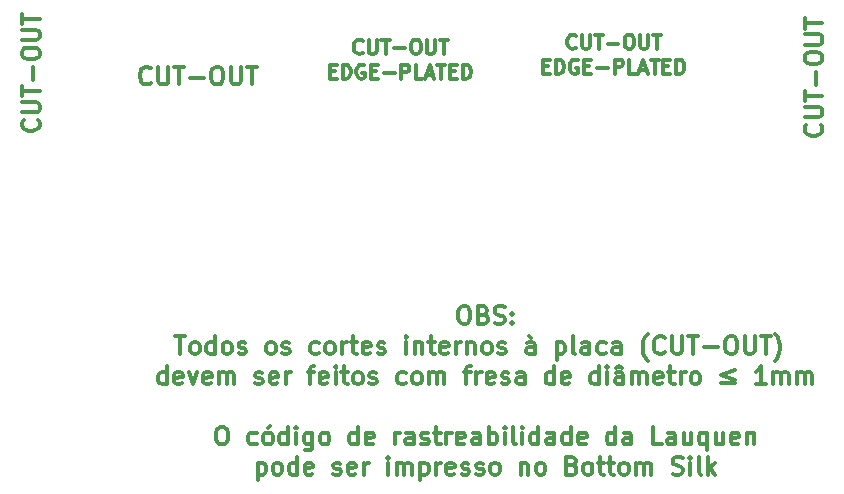
<source format=gbr>
G04 #@! TF.FileFunction,Legend,Bot*
%FSLAX46Y46*%
G04 Gerber Fmt 4.6, Leading zero omitted, Abs format (unit mm)*
G04 Created by KiCad (PCBNEW 4.0.4+e1-6308~48~ubuntu15.10.1-stable) date Thu Jan 25 11:04:30 2018*
%MOMM*%
%LPD*%
G01*
G04 APERTURE LIST*
%ADD10C,0.100000*%
%ADD11C,0.300000*%
G04 APERTURE END LIST*
D10*
D11*
X86188954Y-120301411D02*
X86474668Y-120301411D01*
X86617526Y-120372840D01*
X86760383Y-120515697D01*
X86831811Y-120801411D01*
X86831811Y-121301411D01*
X86760383Y-121587126D01*
X86617526Y-121729983D01*
X86474668Y-121801411D01*
X86188954Y-121801411D01*
X86046097Y-121729983D01*
X85903240Y-121587126D01*
X85831811Y-121301411D01*
X85831811Y-120801411D01*
X85903240Y-120515697D01*
X86046097Y-120372840D01*
X86188954Y-120301411D01*
X87974669Y-121015697D02*
X88188955Y-121087126D01*
X88260383Y-121158554D01*
X88331812Y-121301411D01*
X88331812Y-121515697D01*
X88260383Y-121658554D01*
X88188955Y-121729983D01*
X88046097Y-121801411D01*
X87474669Y-121801411D01*
X87474669Y-120301411D01*
X87974669Y-120301411D01*
X88117526Y-120372840D01*
X88188955Y-120444269D01*
X88260383Y-120587126D01*
X88260383Y-120729983D01*
X88188955Y-120872840D01*
X88117526Y-120944269D01*
X87974669Y-121015697D01*
X87474669Y-121015697D01*
X88903240Y-121729983D02*
X89117526Y-121801411D01*
X89474669Y-121801411D01*
X89617526Y-121729983D01*
X89688955Y-121658554D01*
X89760383Y-121515697D01*
X89760383Y-121372840D01*
X89688955Y-121229983D01*
X89617526Y-121158554D01*
X89474669Y-121087126D01*
X89188955Y-121015697D01*
X89046097Y-120944269D01*
X88974669Y-120872840D01*
X88903240Y-120729983D01*
X88903240Y-120587126D01*
X88974669Y-120444269D01*
X89046097Y-120372840D01*
X89188955Y-120301411D01*
X89546097Y-120301411D01*
X89760383Y-120372840D01*
X90403240Y-121658554D02*
X90474668Y-121729983D01*
X90403240Y-121801411D01*
X90331811Y-121729983D01*
X90403240Y-121658554D01*
X90403240Y-121801411D01*
X90403240Y-120872840D02*
X90474668Y-120944269D01*
X90403240Y-121015697D01*
X90331811Y-120944269D01*
X90403240Y-120872840D01*
X90403240Y-121015697D01*
X61867525Y-122851411D02*
X62724668Y-122851411D01*
X62296097Y-124351411D02*
X62296097Y-122851411D01*
X63438954Y-124351411D02*
X63296096Y-124279983D01*
X63224668Y-124208554D01*
X63153239Y-124065697D01*
X63153239Y-123637126D01*
X63224668Y-123494269D01*
X63296096Y-123422840D01*
X63438954Y-123351411D01*
X63653239Y-123351411D01*
X63796096Y-123422840D01*
X63867525Y-123494269D01*
X63938954Y-123637126D01*
X63938954Y-124065697D01*
X63867525Y-124208554D01*
X63796096Y-124279983D01*
X63653239Y-124351411D01*
X63438954Y-124351411D01*
X65224668Y-124351411D02*
X65224668Y-122851411D01*
X65224668Y-124279983D02*
X65081811Y-124351411D01*
X64796097Y-124351411D01*
X64653239Y-124279983D01*
X64581811Y-124208554D01*
X64510382Y-124065697D01*
X64510382Y-123637126D01*
X64581811Y-123494269D01*
X64653239Y-123422840D01*
X64796097Y-123351411D01*
X65081811Y-123351411D01*
X65224668Y-123422840D01*
X66153240Y-124351411D02*
X66010382Y-124279983D01*
X65938954Y-124208554D01*
X65867525Y-124065697D01*
X65867525Y-123637126D01*
X65938954Y-123494269D01*
X66010382Y-123422840D01*
X66153240Y-123351411D01*
X66367525Y-123351411D01*
X66510382Y-123422840D01*
X66581811Y-123494269D01*
X66653240Y-123637126D01*
X66653240Y-124065697D01*
X66581811Y-124208554D01*
X66510382Y-124279983D01*
X66367525Y-124351411D01*
X66153240Y-124351411D01*
X67224668Y-124279983D02*
X67367525Y-124351411D01*
X67653240Y-124351411D01*
X67796097Y-124279983D01*
X67867525Y-124137126D01*
X67867525Y-124065697D01*
X67796097Y-123922840D01*
X67653240Y-123851411D01*
X67438954Y-123851411D01*
X67296097Y-123779983D01*
X67224668Y-123637126D01*
X67224668Y-123565697D01*
X67296097Y-123422840D01*
X67438954Y-123351411D01*
X67653240Y-123351411D01*
X67796097Y-123422840D01*
X69867526Y-124351411D02*
X69724668Y-124279983D01*
X69653240Y-124208554D01*
X69581811Y-124065697D01*
X69581811Y-123637126D01*
X69653240Y-123494269D01*
X69724668Y-123422840D01*
X69867526Y-123351411D01*
X70081811Y-123351411D01*
X70224668Y-123422840D01*
X70296097Y-123494269D01*
X70367526Y-123637126D01*
X70367526Y-124065697D01*
X70296097Y-124208554D01*
X70224668Y-124279983D01*
X70081811Y-124351411D01*
X69867526Y-124351411D01*
X70938954Y-124279983D02*
X71081811Y-124351411D01*
X71367526Y-124351411D01*
X71510383Y-124279983D01*
X71581811Y-124137126D01*
X71581811Y-124065697D01*
X71510383Y-123922840D01*
X71367526Y-123851411D01*
X71153240Y-123851411D01*
X71010383Y-123779983D01*
X70938954Y-123637126D01*
X70938954Y-123565697D01*
X71010383Y-123422840D01*
X71153240Y-123351411D01*
X71367526Y-123351411D01*
X71510383Y-123422840D01*
X74010383Y-124279983D02*
X73867526Y-124351411D01*
X73581812Y-124351411D01*
X73438954Y-124279983D01*
X73367526Y-124208554D01*
X73296097Y-124065697D01*
X73296097Y-123637126D01*
X73367526Y-123494269D01*
X73438954Y-123422840D01*
X73581812Y-123351411D01*
X73867526Y-123351411D01*
X74010383Y-123422840D01*
X74867526Y-124351411D02*
X74724668Y-124279983D01*
X74653240Y-124208554D01*
X74581811Y-124065697D01*
X74581811Y-123637126D01*
X74653240Y-123494269D01*
X74724668Y-123422840D01*
X74867526Y-123351411D01*
X75081811Y-123351411D01*
X75224668Y-123422840D01*
X75296097Y-123494269D01*
X75367526Y-123637126D01*
X75367526Y-124065697D01*
X75296097Y-124208554D01*
X75224668Y-124279983D01*
X75081811Y-124351411D01*
X74867526Y-124351411D01*
X76010383Y-124351411D02*
X76010383Y-123351411D01*
X76010383Y-123637126D02*
X76081811Y-123494269D01*
X76153240Y-123422840D01*
X76296097Y-123351411D01*
X76438954Y-123351411D01*
X76724668Y-123351411D02*
X77296097Y-123351411D01*
X76938954Y-122851411D02*
X76938954Y-124137126D01*
X77010382Y-124279983D01*
X77153240Y-124351411D01*
X77296097Y-124351411D01*
X78367525Y-124279983D02*
X78224668Y-124351411D01*
X77938954Y-124351411D01*
X77796097Y-124279983D01*
X77724668Y-124137126D01*
X77724668Y-123565697D01*
X77796097Y-123422840D01*
X77938954Y-123351411D01*
X78224668Y-123351411D01*
X78367525Y-123422840D01*
X78438954Y-123565697D01*
X78438954Y-123708554D01*
X77724668Y-123851411D01*
X79010382Y-124279983D02*
X79153239Y-124351411D01*
X79438954Y-124351411D01*
X79581811Y-124279983D01*
X79653239Y-124137126D01*
X79653239Y-124065697D01*
X79581811Y-123922840D01*
X79438954Y-123851411D01*
X79224668Y-123851411D01*
X79081811Y-123779983D01*
X79010382Y-123637126D01*
X79010382Y-123565697D01*
X79081811Y-123422840D01*
X79224668Y-123351411D01*
X79438954Y-123351411D01*
X79581811Y-123422840D01*
X81438954Y-124351411D02*
X81438954Y-123351411D01*
X81438954Y-122851411D02*
X81367525Y-122922840D01*
X81438954Y-122994269D01*
X81510382Y-122922840D01*
X81438954Y-122851411D01*
X81438954Y-122994269D01*
X82153240Y-123351411D02*
X82153240Y-124351411D01*
X82153240Y-123494269D02*
X82224668Y-123422840D01*
X82367526Y-123351411D01*
X82581811Y-123351411D01*
X82724668Y-123422840D01*
X82796097Y-123565697D01*
X82796097Y-124351411D01*
X83296097Y-123351411D02*
X83867526Y-123351411D01*
X83510383Y-122851411D02*
X83510383Y-124137126D01*
X83581811Y-124279983D01*
X83724669Y-124351411D01*
X83867526Y-124351411D01*
X84938954Y-124279983D02*
X84796097Y-124351411D01*
X84510383Y-124351411D01*
X84367526Y-124279983D01*
X84296097Y-124137126D01*
X84296097Y-123565697D01*
X84367526Y-123422840D01*
X84510383Y-123351411D01*
X84796097Y-123351411D01*
X84938954Y-123422840D01*
X85010383Y-123565697D01*
X85010383Y-123708554D01*
X84296097Y-123851411D01*
X85653240Y-124351411D02*
X85653240Y-123351411D01*
X85653240Y-123637126D02*
X85724668Y-123494269D01*
X85796097Y-123422840D01*
X85938954Y-123351411D01*
X86081811Y-123351411D01*
X86581811Y-123351411D02*
X86581811Y-124351411D01*
X86581811Y-123494269D02*
X86653239Y-123422840D01*
X86796097Y-123351411D01*
X87010382Y-123351411D01*
X87153239Y-123422840D01*
X87224668Y-123565697D01*
X87224668Y-124351411D01*
X88153240Y-124351411D02*
X88010382Y-124279983D01*
X87938954Y-124208554D01*
X87867525Y-124065697D01*
X87867525Y-123637126D01*
X87938954Y-123494269D01*
X88010382Y-123422840D01*
X88153240Y-123351411D01*
X88367525Y-123351411D01*
X88510382Y-123422840D01*
X88581811Y-123494269D01*
X88653240Y-123637126D01*
X88653240Y-124065697D01*
X88581811Y-124208554D01*
X88510382Y-124279983D01*
X88367525Y-124351411D01*
X88153240Y-124351411D01*
X89224668Y-124279983D02*
X89367525Y-124351411D01*
X89653240Y-124351411D01*
X89796097Y-124279983D01*
X89867525Y-124137126D01*
X89867525Y-124065697D01*
X89796097Y-123922840D01*
X89653240Y-123851411D01*
X89438954Y-123851411D01*
X89296097Y-123779983D01*
X89224668Y-123637126D01*
X89224668Y-123565697D01*
X89296097Y-123422840D01*
X89438954Y-123351411D01*
X89653240Y-123351411D01*
X89796097Y-123422840D01*
X92296097Y-124351411D02*
X92296097Y-123565697D01*
X92224668Y-123422840D01*
X92081811Y-123351411D01*
X91796097Y-123351411D01*
X91653240Y-123422840D01*
X92296097Y-124279983D02*
X92153240Y-124351411D01*
X91796097Y-124351411D01*
X91653240Y-124279983D01*
X91581811Y-124137126D01*
X91581811Y-123994269D01*
X91653240Y-123851411D01*
X91796097Y-123779983D01*
X92153240Y-123779983D01*
X92296097Y-123708554D01*
X91796097Y-122779983D02*
X92010383Y-122994269D01*
X94153240Y-123351411D02*
X94153240Y-124851411D01*
X94153240Y-123422840D02*
X94296097Y-123351411D01*
X94581811Y-123351411D01*
X94724668Y-123422840D01*
X94796097Y-123494269D01*
X94867526Y-123637126D01*
X94867526Y-124065697D01*
X94796097Y-124208554D01*
X94724668Y-124279983D01*
X94581811Y-124351411D01*
X94296097Y-124351411D01*
X94153240Y-124279983D01*
X95724669Y-124351411D02*
X95581811Y-124279983D01*
X95510383Y-124137126D01*
X95510383Y-122851411D01*
X96938954Y-124351411D02*
X96938954Y-123565697D01*
X96867525Y-123422840D01*
X96724668Y-123351411D01*
X96438954Y-123351411D01*
X96296097Y-123422840D01*
X96938954Y-124279983D02*
X96796097Y-124351411D01*
X96438954Y-124351411D01*
X96296097Y-124279983D01*
X96224668Y-124137126D01*
X96224668Y-123994269D01*
X96296097Y-123851411D01*
X96438954Y-123779983D01*
X96796097Y-123779983D01*
X96938954Y-123708554D01*
X98296097Y-124279983D02*
X98153240Y-124351411D01*
X97867526Y-124351411D01*
X97724668Y-124279983D01*
X97653240Y-124208554D01*
X97581811Y-124065697D01*
X97581811Y-123637126D01*
X97653240Y-123494269D01*
X97724668Y-123422840D01*
X97867526Y-123351411D01*
X98153240Y-123351411D01*
X98296097Y-123422840D01*
X99581811Y-124351411D02*
X99581811Y-123565697D01*
X99510382Y-123422840D01*
X99367525Y-123351411D01*
X99081811Y-123351411D01*
X98938954Y-123422840D01*
X99581811Y-124279983D02*
X99438954Y-124351411D01*
X99081811Y-124351411D01*
X98938954Y-124279983D01*
X98867525Y-124137126D01*
X98867525Y-123994269D01*
X98938954Y-123851411D01*
X99081811Y-123779983D01*
X99438954Y-123779983D01*
X99581811Y-123708554D01*
X101867525Y-124922840D02*
X101796097Y-124851411D01*
X101653240Y-124637126D01*
X101581811Y-124494269D01*
X101510382Y-124279983D01*
X101438954Y-123922840D01*
X101438954Y-123637126D01*
X101510382Y-123279983D01*
X101581811Y-123065697D01*
X101653240Y-122922840D01*
X101796097Y-122708554D01*
X101867525Y-122637126D01*
X103296097Y-124208554D02*
X103224668Y-124279983D01*
X103010382Y-124351411D01*
X102867525Y-124351411D01*
X102653240Y-124279983D01*
X102510382Y-124137126D01*
X102438954Y-123994269D01*
X102367525Y-123708554D01*
X102367525Y-123494269D01*
X102438954Y-123208554D01*
X102510382Y-123065697D01*
X102653240Y-122922840D01*
X102867525Y-122851411D01*
X103010382Y-122851411D01*
X103224668Y-122922840D01*
X103296097Y-122994269D01*
X103938954Y-122851411D02*
X103938954Y-124065697D01*
X104010382Y-124208554D01*
X104081811Y-124279983D01*
X104224668Y-124351411D01*
X104510382Y-124351411D01*
X104653240Y-124279983D01*
X104724668Y-124208554D01*
X104796097Y-124065697D01*
X104796097Y-122851411D01*
X105296097Y-122851411D02*
X106153240Y-122851411D01*
X105724669Y-124351411D02*
X105724669Y-122851411D01*
X106653240Y-123779983D02*
X107796097Y-123779983D01*
X108796097Y-122851411D02*
X109081811Y-122851411D01*
X109224669Y-122922840D01*
X109367526Y-123065697D01*
X109438954Y-123351411D01*
X109438954Y-123851411D01*
X109367526Y-124137126D01*
X109224669Y-124279983D01*
X109081811Y-124351411D01*
X108796097Y-124351411D01*
X108653240Y-124279983D01*
X108510383Y-124137126D01*
X108438954Y-123851411D01*
X108438954Y-123351411D01*
X108510383Y-123065697D01*
X108653240Y-122922840D01*
X108796097Y-122851411D01*
X110081812Y-122851411D02*
X110081812Y-124065697D01*
X110153240Y-124208554D01*
X110224669Y-124279983D01*
X110367526Y-124351411D01*
X110653240Y-124351411D01*
X110796098Y-124279983D01*
X110867526Y-124208554D01*
X110938955Y-124065697D01*
X110938955Y-122851411D01*
X111438955Y-122851411D02*
X112296098Y-122851411D01*
X111867527Y-124351411D02*
X111867527Y-122851411D01*
X112653241Y-124922840D02*
X112724669Y-124851411D01*
X112867526Y-124637126D01*
X112938955Y-124494269D01*
X113010384Y-124279983D01*
X113081812Y-123922840D01*
X113081812Y-123637126D01*
X113010384Y-123279983D01*
X112938955Y-123065697D01*
X112867526Y-122922840D01*
X112724669Y-122708554D01*
X112653241Y-122637126D01*
X61153241Y-126901411D02*
X61153241Y-125401411D01*
X61153241Y-126829983D02*
X61010384Y-126901411D01*
X60724670Y-126901411D01*
X60581812Y-126829983D01*
X60510384Y-126758554D01*
X60438955Y-126615697D01*
X60438955Y-126187126D01*
X60510384Y-126044269D01*
X60581812Y-125972840D01*
X60724670Y-125901411D01*
X61010384Y-125901411D01*
X61153241Y-125972840D01*
X62438955Y-126829983D02*
X62296098Y-126901411D01*
X62010384Y-126901411D01*
X61867527Y-126829983D01*
X61796098Y-126687126D01*
X61796098Y-126115697D01*
X61867527Y-125972840D01*
X62010384Y-125901411D01*
X62296098Y-125901411D01*
X62438955Y-125972840D01*
X62510384Y-126115697D01*
X62510384Y-126258554D01*
X61796098Y-126401411D01*
X63010384Y-125901411D02*
X63367527Y-126901411D01*
X63724669Y-125901411D01*
X64867526Y-126829983D02*
X64724669Y-126901411D01*
X64438955Y-126901411D01*
X64296098Y-126829983D01*
X64224669Y-126687126D01*
X64224669Y-126115697D01*
X64296098Y-125972840D01*
X64438955Y-125901411D01*
X64724669Y-125901411D01*
X64867526Y-125972840D01*
X64938955Y-126115697D01*
X64938955Y-126258554D01*
X64224669Y-126401411D01*
X65581812Y-126901411D02*
X65581812Y-125901411D01*
X65581812Y-126044269D02*
X65653240Y-125972840D01*
X65796098Y-125901411D01*
X66010383Y-125901411D01*
X66153240Y-125972840D01*
X66224669Y-126115697D01*
X66224669Y-126901411D01*
X66224669Y-126115697D02*
X66296098Y-125972840D01*
X66438955Y-125901411D01*
X66653240Y-125901411D01*
X66796098Y-125972840D01*
X66867526Y-126115697D01*
X66867526Y-126901411D01*
X68653240Y-126829983D02*
X68796097Y-126901411D01*
X69081812Y-126901411D01*
X69224669Y-126829983D01*
X69296097Y-126687126D01*
X69296097Y-126615697D01*
X69224669Y-126472840D01*
X69081812Y-126401411D01*
X68867526Y-126401411D01*
X68724669Y-126329983D01*
X68653240Y-126187126D01*
X68653240Y-126115697D01*
X68724669Y-125972840D01*
X68867526Y-125901411D01*
X69081812Y-125901411D01*
X69224669Y-125972840D01*
X70510383Y-126829983D02*
X70367526Y-126901411D01*
X70081812Y-126901411D01*
X69938955Y-126829983D01*
X69867526Y-126687126D01*
X69867526Y-126115697D01*
X69938955Y-125972840D01*
X70081812Y-125901411D01*
X70367526Y-125901411D01*
X70510383Y-125972840D01*
X70581812Y-126115697D01*
X70581812Y-126258554D01*
X69867526Y-126401411D01*
X71224669Y-126901411D02*
X71224669Y-125901411D01*
X71224669Y-126187126D02*
X71296097Y-126044269D01*
X71367526Y-125972840D01*
X71510383Y-125901411D01*
X71653240Y-125901411D01*
X73081811Y-125901411D02*
X73653240Y-125901411D01*
X73296097Y-126901411D02*
X73296097Y-125615697D01*
X73367525Y-125472840D01*
X73510383Y-125401411D01*
X73653240Y-125401411D01*
X74724668Y-126829983D02*
X74581811Y-126901411D01*
X74296097Y-126901411D01*
X74153240Y-126829983D01*
X74081811Y-126687126D01*
X74081811Y-126115697D01*
X74153240Y-125972840D01*
X74296097Y-125901411D01*
X74581811Y-125901411D01*
X74724668Y-125972840D01*
X74796097Y-126115697D01*
X74796097Y-126258554D01*
X74081811Y-126401411D01*
X75438954Y-126901411D02*
X75438954Y-125901411D01*
X75438954Y-125401411D02*
X75367525Y-125472840D01*
X75438954Y-125544269D01*
X75510382Y-125472840D01*
X75438954Y-125401411D01*
X75438954Y-125544269D01*
X75938954Y-125901411D02*
X76510383Y-125901411D01*
X76153240Y-125401411D02*
X76153240Y-126687126D01*
X76224668Y-126829983D01*
X76367526Y-126901411D01*
X76510383Y-126901411D01*
X77224669Y-126901411D02*
X77081811Y-126829983D01*
X77010383Y-126758554D01*
X76938954Y-126615697D01*
X76938954Y-126187126D01*
X77010383Y-126044269D01*
X77081811Y-125972840D01*
X77224669Y-125901411D01*
X77438954Y-125901411D01*
X77581811Y-125972840D01*
X77653240Y-126044269D01*
X77724669Y-126187126D01*
X77724669Y-126615697D01*
X77653240Y-126758554D01*
X77581811Y-126829983D01*
X77438954Y-126901411D01*
X77224669Y-126901411D01*
X78296097Y-126829983D02*
X78438954Y-126901411D01*
X78724669Y-126901411D01*
X78867526Y-126829983D01*
X78938954Y-126687126D01*
X78938954Y-126615697D01*
X78867526Y-126472840D01*
X78724669Y-126401411D01*
X78510383Y-126401411D01*
X78367526Y-126329983D01*
X78296097Y-126187126D01*
X78296097Y-126115697D01*
X78367526Y-125972840D01*
X78510383Y-125901411D01*
X78724669Y-125901411D01*
X78867526Y-125972840D01*
X81367526Y-126829983D02*
X81224669Y-126901411D01*
X80938955Y-126901411D01*
X80796097Y-126829983D01*
X80724669Y-126758554D01*
X80653240Y-126615697D01*
X80653240Y-126187126D01*
X80724669Y-126044269D01*
X80796097Y-125972840D01*
X80938955Y-125901411D01*
X81224669Y-125901411D01*
X81367526Y-125972840D01*
X82224669Y-126901411D02*
X82081811Y-126829983D01*
X82010383Y-126758554D01*
X81938954Y-126615697D01*
X81938954Y-126187126D01*
X82010383Y-126044269D01*
X82081811Y-125972840D01*
X82224669Y-125901411D01*
X82438954Y-125901411D01*
X82581811Y-125972840D01*
X82653240Y-126044269D01*
X82724669Y-126187126D01*
X82724669Y-126615697D01*
X82653240Y-126758554D01*
X82581811Y-126829983D01*
X82438954Y-126901411D01*
X82224669Y-126901411D01*
X83367526Y-126901411D02*
X83367526Y-125901411D01*
X83367526Y-126044269D02*
X83438954Y-125972840D01*
X83581812Y-125901411D01*
X83796097Y-125901411D01*
X83938954Y-125972840D01*
X84010383Y-126115697D01*
X84010383Y-126901411D01*
X84010383Y-126115697D02*
X84081812Y-125972840D01*
X84224669Y-125901411D01*
X84438954Y-125901411D01*
X84581812Y-125972840D01*
X84653240Y-126115697D01*
X84653240Y-126901411D01*
X86296097Y-125901411D02*
X86867526Y-125901411D01*
X86510383Y-126901411D02*
X86510383Y-125615697D01*
X86581811Y-125472840D01*
X86724669Y-125401411D01*
X86867526Y-125401411D01*
X87367526Y-126901411D02*
X87367526Y-125901411D01*
X87367526Y-126187126D02*
X87438954Y-126044269D01*
X87510383Y-125972840D01*
X87653240Y-125901411D01*
X87796097Y-125901411D01*
X88867525Y-126829983D02*
X88724668Y-126901411D01*
X88438954Y-126901411D01*
X88296097Y-126829983D01*
X88224668Y-126687126D01*
X88224668Y-126115697D01*
X88296097Y-125972840D01*
X88438954Y-125901411D01*
X88724668Y-125901411D01*
X88867525Y-125972840D01*
X88938954Y-126115697D01*
X88938954Y-126258554D01*
X88224668Y-126401411D01*
X89510382Y-126829983D02*
X89653239Y-126901411D01*
X89938954Y-126901411D01*
X90081811Y-126829983D01*
X90153239Y-126687126D01*
X90153239Y-126615697D01*
X90081811Y-126472840D01*
X89938954Y-126401411D01*
X89724668Y-126401411D01*
X89581811Y-126329983D01*
X89510382Y-126187126D01*
X89510382Y-126115697D01*
X89581811Y-125972840D01*
X89724668Y-125901411D01*
X89938954Y-125901411D01*
X90081811Y-125972840D01*
X91438954Y-126901411D02*
X91438954Y-126115697D01*
X91367525Y-125972840D01*
X91224668Y-125901411D01*
X90938954Y-125901411D01*
X90796097Y-125972840D01*
X91438954Y-126829983D02*
X91296097Y-126901411D01*
X90938954Y-126901411D01*
X90796097Y-126829983D01*
X90724668Y-126687126D01*
X90724668Y-126544269D01*
X90796097Y-126401411D01*
X90938954Y-126329983D01*
X91296097Y-126329983D01*
X91438954Y-126258554D01*
X93938954Y-126901411D02*
X93938954Y-125401411D01*
X93938954Y-126829983D02*
X93796097Y-126901411D01*
X93510383Y-126901411D01*
X93367525Y-126829983D01*
X93296097Y-126758554D01*
X93224668Y-126615697D01*
X93224668Y-126187126D01*
X93296097Y-126044269D01*
X93367525Y-125972840D01*
X93510383Y-125901411D01*
X93796097Y-125901411D01*
X93938954Y-125972840D01*
X95224668Y-126829983D02*
X95081811Y-126901411D01*
X94796097Y-126901411D01*
X94653240Y-126829983D01*
X94581811Y-126687126D01*
X94581811Y-126115697D01*
X94653240Y-125972840D01*
X94796097Y-125901411D01*
X95081811Y-125901411D01*
X95224668Y-125972840D01*
X95296097Y-126115697D01*
X95296097Y-126258554D01*
X94581811Y-126401411D01*
X97724668Y-126901411D02*
X97724668Y-125401411D01*
X97724668Y-126829983D02*
X97581811Y-126901411D01*
X97296097Y-126901411D01*
X97153239Y-126829983D01*
X97081811Y-126758554D01*
X97010382Y-126615697D01*
X97010382Y-126187126D01*
X97081811Y-126044269D01*
X97153239Y-125972840D01*
X97296097Y-125901411D01*
X97581811Y-125901411D01*
X97724668Y-125972840D01*
X98438954Y-126901411D02*
X98438954Y-125901411D01*
X98438954Y-125401411D02*
X98367525Y-125472840D01*
X98438954Y-125544269D01*
X98510382Y-125472840D01*
X98438954Y-125401411D01*
X98438954Y-125544269D01*
X99796097Y-126901411D02*
X99796097Y-126115697D01*
X99724668Y-125972840D01*
X99581811Y-125901411D01*
X99296097Y-125901411D01*
X99153240Y-125972840D01*
X99796097Y-126829983D02*
X99653240Y-126901411D01*
X99296097Y-126901411D01*
X99153240Y-126829983D01*
X99081811Y-126687126D01*
X99081811Y-126544269D01*
X99153240Y-126401411D01*
X99296097Y-126329983D01*
X99653240Y-126329983D01*
X99796097Y-126258554D01*
X99153240Y-125544269D02*
X99438954Y-125329983D01*
X99724668Y-125544269D01*
X100510383Y-126901411D02*
X100510383Y-125901411D01*
X100510383Y-126044269D02*
X100581811Y-125972840D01*
X100724669Y-125901411D01*
X100938954Y-125901411D01*
X101081811Y-125972840D01*
X101153240Y-126115697D01*
X101153240Y-126901411D01*
X101153240Y-126115697D02*
X101224669Y-125972840D01*
X101367526Y-125901411D01*
X101581811Y-125901411D01*
X101724669Y-125972840D01*
X101796097Y-126115697D01*
X101796097Y-126901411D01*
X103081811Y-126829983D02*
X102938954Y-126901411D01*
X102653240Y-126901411D01*
X102510383Y-126829983D01*
X102438954Y-126687126D01*
X102438954Y-126115697D01*
X102510383Y-125972840D01*
X102653240Y-125901411D01*
X102938954Y-125901411D01*
X103081811Y-125972840D01*
X103153240Y-126115697D01*
X103153240Y-126258554D01*
X102438954Y-126401411D01*
X103581811Y-125901411D02*
X104153240Y-125901411D01*
X103796097Y-125401411D02*
X103796097Y-126687126D01*
X103867525Y-126829983D01*
X104010383Y-126901411D01*
X104153240Y-126901411D01*
X104653240Y-126901411D02*
X104653240Y-125901411D01*
X104653240Y-126187126D02*
X104724668Y-126044269D01*
X104796097Y-125972840D01*
X104938954Y-125901411D01*
X105081811Y-125901411D01*
X105796097Y-126901411D02*
X105653239Y-126829983D01*
X105581811Y-126758554D01*
X105510382Y-126615697D01*
X105510382Y-126187126D01*
X105581811Y-126044269D01*
X105653239Y-125972840D01*
X105796097Y-125901411D01*
X106010382Y-125901411D01*
X106153239Y-125972840D01*
X106224668Y-126044269D01*
X106296097Y-126187126D01*
X106296097Y-126615697D01*
X106224668Y-126758554D01*
X106153239Y-126829983D01*
X106010382Y-126901411D01*
X105796097Y-126901411D01*
X109224668Y-126829983D02*
X108081811Y-126829983D01*
X109224668Y-126544269D02*
X108081811Y-126115697D01*
X109224668Y-125687126D01*
X111867525Y-126901411D02*
X111010382Y-126901411D01*
X111438954Y-126901411D02*
X111438954Y-125401411D01*
X111296097Y-125615697D01*
X111153239Y-125758554D01*
X111010382Y-125829983D01*
X112510382Y-126901411D02*
X112510382Y-125901411D01*
X112510382Y-126044269D02*
X112581810Y-125972840D01*
X112724668Y-125901411D01*
X112938953Y-125901411D01*
X113081810Y-125972840D01*
X113153239Y-126115697D01*
X113153239Y-126901411D01*
X113153239Y-126115697D02*
X113224668Y-125972840D01*
X113367525Y-125901411D01*
X113581810Y-125901411D01*
X113724668Y-125972840D01*
X113796096Y-126115697D01*
X113796096Y-126901411D01*
X114510382Y-126901411D02*
X114510382Y-125901411D01*
X114510382Y-126044269D02*
X114581810Y-125972840D01*
X114724668Y-125901411D01*
X114938953Y-125901411D01*
X115081810Y-125972840D01*
X115153239Y-126115697D01*
X115153239Y-126901411D01*
X115153239Y-126115697D02*
X115224668Y-125972840D01*
X115367525Y-125901411D01*
X115581810Y-125901411D01*
X115724668Y-125972840D01*
X115796096Y-126115697D01*
X115796096Y-126901411D01*
X65688954Y-130501411D02*
X65974668Y-130501411D01*
X66117526Y-130572840D01*
X66260383Y-130715697D01*
X66331811Y-131001411D01*
X66331811Y-131501411D01*
X66260383Y-131787126D01*
X66117526Y-131929983D01*
X65974668Y-132001411D01*
X65688954Y-132001411D01*
X65546097Y-131929983D01*
X65403240Y-131787126D01*
X65331811Y-131501411D01*
X65331811Y-131001411D01*
X65403240Y-130715697D01*
X65546097Y-130572840D01*
X65688954Y-130501411D01*
X68760383Y-131929983D02*
X68617526Y-132001411D01*
X68331812Y-132001411D01*
X68188954Y-131929983D01*
X68117526Y-131858554D01*
X68046097Y-131715697D01*
X68046097Y-131287126D01*
X68117526Y-131144269D01*
X68188954Y-131072840D01*
X68331812Y-131001411D01*
X68617526Y-131001411D01*
X68760383Y-131072840D01*
X69617526Y-132001411D02*
X69474668Y-131929983D01*
X69403240Y-131858554D01*
X69331811Y-131715697D01*
X69331811Y-131287126D01*
X69403240Y-131144269D01*
X69474668Y-131072840D01*
X69617526Y-131001411D01*
X69831811Y-131001411D01*
X69974668Y-131072840D01*
X70046097Y-131144269D01*
X70117526Y-131287126D01*
X70117526Y-131715697D01*
X70046097Y-131858554D01*
X69974668Y-131929983D01*
X69831811Y-132001411D01*
X69617526Y-132001411D01*
X69903240Y-130429983D02*
X69688954Y-130644269D01*
X71403240Y-132001411D02*
X71403240Y-130501411D01*
X71403240Y-131929983D02*
X71260383Y-132001411D01*
X70974669Y-132001411D01*
X70831811Y-131929983D01*
X70760383Y-131858554D01*
X70688954Y-131715697D01*
X70688954Y-131287126D01*
X70760383Y-131144269D01*
X70831811Y-131072840D01*
X70974669Y-131001411D01*
X71260383Y-131001411D01*
X71403240Y-131072840D01*
X72117526Y-132001411D02*
X72117526Y-131001411D01*
X72117526Y-130501411D02*
X72046097Y-130572840D01*
X72117526Y-130644269D01*
X72188954Y-130572840D01*
X72117526Y-130501411D01*
X72117526Y-130644269D01*
X73474669Y-131001411D02*
X73474669Y-132215697D01*
X73403240Y-132358554D01*
X73331812Y-132429983D01*
X73188955Y-132501411D01*
X72974669Y-132501411D01*
X72831812Y-132429983D01*
X73474669Y-131929983D02*
X73331812Y-132001411D01*
X73046098Y-132001411D01*
X72903240Y-131929983D01*
X72831812Y-131858554D01*
X72760383Y-131715697D01*
X72760383Y-131287126D01*
X72831812Y-131144269D01*
X72903240Y-131072840D01*
X73046098Y-131001411D01*
X73331812Y-131001411D01*
X73474669Y-131072840D01*
X74403241Y-132001411D02*
X74260383Y-131929983D01*
X74188955Y-131858554D01*
X74117526Y-131715697D01*
X74117526Y-131287126D01*
X74188955Y-131144269D01*
X74260383Y-131072840D01*
X74403241Y-131001411D01*
X74617526Y-131001411D01*
X74760383Y-131072840D01*
X74831812Y-131144269D01*
X74903241Y-131287126D01*
X74903241Y-131715697D01*
X74831812Y-131858554D01*
X74760383Y-131929983D01*
X74617526Y-132001411D01*
X74403241Y-132001411D01*
X77331812Y-132001411D02*
X77331812Y-130501411D01*
X77331812Y-131929983D02*
X77188955Y-132001411D01*
X76903241Y-132001411D01*
X76760383Y-131929983D01*
X76688955Y-131858554D01*
X76617526Y-131715697D01*
X76617526Y-131287126D01*
X76688955Y-131144269D01*
X76760383Y-131072840D01*
X76903241Y-131001411D01*
X77188955Y-131001411D01*
X77331812Y-131072840D01*
X78617526Y-131929983D02*
X78474669Y-132001411D01*
X78188955Y-132001411D01*
X78046098Y-131929983D01*
X77974669Y-131787126D01*
X77974669Y-131215697D01*
X78046098Y-131072840D01*
X78188955Y-131001411D01*
X78474669Y-131001411D01*
X78617526Y-131072840D01*
X78688955Y-131215697D01*
X78688955Y-131358554D01*
X77974669Y-131501411D01*
X80474669Y-132001411D02*
X80474669Y-131001411D01*
X80474669Y-131287126D02*
X80546097Y-131144269D01*
X80617526Y-131072840D01*
X80760383Y-131001411D01*
X80903240Y-131001411D01*
X82046097Y-132001411D02*
X82046097Y-131215697D01*
X81974668Y-131072840D01*
X81831811Y-131001411D01*
X81546097Y-131001411D01*
X81403240Y-131072840D01*
X82046097Y-131929983D02*
X81903240Y-132001411D01*
X81546097Y-132001411D01*
X81403240Y-131929983D01*
X81331811Y-131787126D01*
X81331811Y-131644269D01*
X81403240Y-131501411D01*
X81546097Y-131429983D01*
X81903240Y-131429983D01*
X82046097Y-131358554D01*
X82688954Y-131929983D02*
X82831811Y-132001411D01*
X83117526Y-132001411D01*
X83260383Y-131929983D01*
X83331811Y-131787126D01*
X83331811Y-131715697D01*
X83260383Y-131572840D01*
X83117526Y-131501411D01*
X82903240Y-131501411D01*
X82760383Y-131429983D01*
X82688954Y-131287126D01*
X82688954Y-131215697D01*
X82760383Y-131072840D01*
X82903240Y-131001411D01*
X83117526Y-131001411D01*
X83260383Y-131072840D01*
X83760383Y-131001411D02*
X84331812Y-131001411D01*
X83974669Y-130501411D02*
X83974669Y-131787126D01*
X84046097Y-131929983D01*
X84188955Y-132001411D01*
X84331812Y-132001411D01*
X84831812Y-132001411D02*
X84831812Y-131001411D01*
X84831812Y-131287126D02*
X84903240Y-131144269D01*
X84974669Y-131072840D01*
X85117526Y-131001411D01*
X85260383Y-131001411D01*
X86331811Y-131929983D02*
X86188954Y-132001411D01*
X85903240Y-132001411D01*
X85760383Y-131929983D01*
X85688954Y-131787126D01*
X85688954Y-131215697D01*
X85760383Y-131072840D01*
X85903240Y-131001411D01*
X86188954Y-131001411D01*
X86331811Y-131072840D01*
X86403240Y-131215697D01*
X86403240Y-131358554D01*
X85688954Y-131501411D01*
X87688954Y-132001411D02*
X87688954Y-131215697D01*
X87617525Y-131072840D01*
X87474668Y-131001411D01*
X87188954Y-131001411D01*
X87046097Y-131072840D01*
X87688954Y-131929983D02*
X87546097Y-132001411D01*
X87188954Y-132001411D01*
X87046097Y-131929983D01*
X86974668Y-131787126D01*
X86974668Y-131644269D01*
X87046097Y-131501411D01*
X87188954Y-131429983D01*
X87546097Y-131429983D01*
X87688954Y-131358554D01*
X88403240Y-132001411D02*
X88403240Y-130501411D01*
X88403240Y-131072840D02*
X88546097Y-131001411D01*
X88831811Y-131001411D01*
X88974668Y-131072840D01*
X89046097Y-131144269D01*
X89117526Y-131287126D01*
X89117526Y-131715697D01*
X89046097Y-131858554D01*
X88974668Y-131929983D01*
X88831811Y-132001411D01*
X88546097Y-132001411D01*
X88403240Y-131929983D01*
X89760383Y-132001411D02*
X89760383Y-131001411D01*
X89760383Y-130501411D02*
X89688954Y-130572840D01*
X89760383Y-130644269D01*
X89831811Y-130572840D01*
X89760383Y-130501411D01*
X89760383Y-130644269D01*
X90688955Y-132001411D02*
X90546097Y-131929983D01*
X90474669Y-131787126D01*
X90474669Y-130501411D01*
X91260383Y-132001411D02*
X91260383Y-131001411D01*
X91260383Y-130501411D02*
X91188954Y-130572840D01*
X91260383Y-130644269D01*
X91331811Y-130572840D01*
X91260383Y-130501411D01*
X91260383Y-130644269D01*
X92617526Y-132001411D02*
X92617526Y-130501411D01*
X92617526Y-131929983D02*
X92474669Y-132001411D01*
X92188955Y-132001411D01*
X92046097Y-131929983D01*
X91974669Y-131858554D01*
X91903240Y-131715697D01*
X91903240Y-131287126D01*
X91974669Y-131144269D01*
X92046097Y-131072840D01*
X92188955Y-131001411D01*
X92474669Y-131001411D01*
X92617526Y-131072840D01*
X93974669Y-132001411D02*
X93974669Y-131215697D01*
X93903240Y-131072840D01*
X93760383Y-131001411D01*
X93474669Y-131001411D01*
X93331812Y-131072840D01*
X93974669Y-131929983D02*
X93831812Y-132001411D01*
X93474669Y-132001411D01*
X93331812Y-131929983D01*
X93260383Y-131787126D01*
X93260383Y-131644269D01*
X93331812Y-131501411D01*
X93474669Y-131429983D01*
X93831812Y-131429983D01*
X93974669Y-131358554D01*
X95331812Y-132001411D02*
X95331812Y-130501411D01*
X95331812Y-131929983D02*
X95188955Y-132001411D01*
X94903241Y-132001411D01*
X94760383Y-131929983D01*
X94688955Y-131858554D01*
X94617526Y-131715697D01*
X94617526Y-131287126D01*
X94688955Y-131144269D01*
X94760383Y-131072840D01*
X94903241Y-131001411D01*
X95188955Y-131001411D01*
X95331812Y-131072840D01*
X96617526Y-131929983D02*
X96474669Y-132001411D01*
X96188955Y-132001411D01*
X96046098Y-131929983D01*
X95974669Y-131787126D01*
X95974669Y-131215697D01*
X96046098Y-131072840D01*
X96188955Y-131001411D01*
X96474669Y-131001411D01*
X96617526Y-131072840D01*
X96688955Y-131215697D01*
X96688955Y-131358554D01*
X95974669Y-131501411D01*
X99117526Y-132001411D02*
X99117526Y-130501411D01*
X99117526Y-131929983D02*
X98974669Y-132001411D01*
X98688955Y-132001411D01*
X98546097Y-131929983D01*
X98474669Y-131858554D01*
X98403240Y-131715697D01*
X98403240Y-131287126D01*
X98474669Y-131144269D01*
X98546097Y-131072840D01*
X98688955Y-131001411D01*
X98974669Y-131001411D01*
X99117526Y-131072840D01*
X100474669Y-132001411D02*
X100474669Y-131215697D01*
X100403240Y-131072840D01*
X100260383Y-131001411D01*
X99974669Y-131001411D01*
X99831812Y-131072840D01*
X100474669Y-131929983D02*
X100331812Y-132001411D01*
X99974669Y-132001411D01*
X99831812Y-131929983D01*
X99760383Y-131787126D01*
X99760383Y-131644269D01*
X99831812Y-131501411D01*
X99974669Y-131429983D01*
X100331812Y-131429983D01*
X100474669Y-131358554D01*
X103046098Y-132001411D02*
X102331812Y-132001411D01*
X102331812Y-130501411D01*
X104188955Y-132001411D02*
X104188955Y-131215697D01*
X104117526Y-131072840D01*
X103974669Y-131001411D01*
X103688955Y-131001411D01*
X103546098Y-131072840D01*
X104188955Y-131929983D02*
X104046098Y-132001411D01*
X103688955Y-132001411D01*
X103546098Y-131929983D01*
X103474669Y-131787126D01*
X103474669Y-131644269D01*
X103546098Y-131501411D01*
X103688955Y-131429983D01*
X104046098Y-131429983D01*
X104188955Y-131358554D01*
X105546098Y-131001411D02*
X105546098Y-132001411D01*
X104903241Y-131001411D02*
X104903241Y-131787126D01*
X104974669Y-131929983D01*
X105117527Y-132001411D01*
X105331812Y-132001411D01*
X105474669Y-131929983D01*
X105546098Y-131858554D01*
X106903241Y-131001411D02*
X106903241Y-132501411D01*
X106903241Y-131929983D02*
X106760384Y-132001411D01*
X106474670Y-132001411D01*
X106331812Y-131929983D01*
X106260384Y-131858554D01*
X106188955Y-131715697D01*
X106188955Y-131287126D01*
X106260384Y-131144269D01*
X106331812Y-131072840D01*
X106474670Y-131001411D01*
X106760384Y-131001411D01*
X106903241Y-131072840D01*
X108260384Y-131001411D02*
X108260384Y-132001411D01*
X107617527Y-131001411D02*
X107617527Y-131787126D01*
X107688955Y-131929983D01*
X107831813Y-132001411D01*
X108046098Y-132001411D01*
X108188955Y-131929983D01*
X108260384Y-131858554D01*
X109546098Y-131929983D02*
X109403241Y-132001411D01*
X109117527Y-132001411D01*
X108974670Y-131929983D01*
X108903241Y-131787126D01*
X108903241Y-131215697D01*
X108974670Y-131072840D01*
X109117527Y-131001411D01*
X109403241Y-131001411D01*
X109546098Y-131072840D01*
X109617527Y-131215697D01*
X109617527Y-131358554D01*
X108903241Y-131501411D01*
X110260384Y-131001411D02*
X110260384Y-132001411D01*
X110260384Y-131144269D02*
X110331812Y-131072840D01*
X110474670Y-131001411D01*
X110688955Y-131001411D01*
X110831812Y-131072840D01*
X110903241Y-131215697D01*
X110903241Y-132001411D01*
X68831812Y-133551411D02*
X68831812Y-135051411D01*
X68831812Y-133622840D02*
X68974669Y-133551411D01*
X69260383Y-133551411D01*
X69403240Y-133622840D01*
X69474669Y-133694269D01*
X69546098Y-133837126D01*
X69546098Y-134265697D01*
X69474669Y-134408554D01*
X69403240Y-134479983D01*
X69260383Y-134551411D01*
X68974669Y-134551411D01*
X68831812Y-134479983D01*
X70403241Y-134551411D02*
X70260383Y-134479983D01*
X70188955Y-134408554D01*
X70117526Y-134265697D01*
X70117526Y-133837126D01*
X70188955Y-133694269D01*
X70260383Y-133622840D01*
X70403241Y-133551411D01*
X70617526Y-133551411D01*
X70760383Y-133622840D01*
X70831812Y-133694269D01*
X70903241Y-133837126D01*
X70903241Y-134265697D01*
X70831812Y-134408554D01*
X70760383Y-134479983D01*
X70617526Y-134551411D01*
X70403241Y-134551411D01*
X72188955Y-134551411D02*
X72188955Y-133051411D01*
X72188955Y-134479983D02*
X72046098Y-134551411D01*
X71760384Y-134551411D01*
X71617526Y-134479983D01*
X71546098Y-134408554D01*
X71474669Y-134265697D01*
X71474669Y-133837126D01*
X71546098Y-133694269D01*
X71617526Y-133622840D01*
X71760384Y-133551411D01*
X72046098Y-133551411D01*
X72188955Y-133622840D01*
X73474669Y-134479983D02*
X73331812Y-134551411D01*
X73046098Y-134551411D01*
X72903241Y-134479983D01*
X72831812Y-134337126D01*
X72831812Y-133765697D01*
X72903241Y-133622840D01*
X73046098Y-133551411D01*
X73331812Y-133551411D01*
X73474669Y-133622840D01*
X73546098Y-133765697D01*
X73546098Y-133908554D01*
X72831812Y-134051411D01*
X75260383Y-134479983D02*
X75403240Y-134551411D01*
X75688955Y-134551411D01*
X75831812Y-134479983D01*
X75903240Y-134337126D01*
X75903240Y-134265697D01*
X75831812Y-134122840D01*
X75688955Y-134051411D01*
X75474669Y-134051411D01*
X75331812Y-133979983D01*
X75260383Y-133837126D01*
X75260383Y-133765697D01*
X75331812Y-133622840D01*
X75474669Y-133551411D01*
X75688955Y-133551411D01*
X75831812Y-133622840D01*
X77117526Y-134479983D02*
X76974669Y-134551411D01*
X76688955Y-134551411D01*
X76546098Y-134479983D01*
X76474669Y-134337126D01*
X76474669Y-133765697D01*
X76546098Y-133622840D01*
X76688955Y-133551411D01*
X76974669Y-133551411D01*
X77117526Y-133622840D01*
X77188955Y-133765697D01*
X77188955Y-133908554D01*
X76474669Y-134051411D01*
X77831812Y-134551411D02*
X77831812Y-133551411D01*
X77831812Y-133837126D02*
X77903240Y-133694269D01*
X77974669Y-133622840D01*
X78117526Y-133551411D01*
X78260383Y-133551411D01*
X79903240Y-134551411D02*
X79903240Y-133551411D01*
X79903240Y-133051411D02*
X79831811Y-133122840D01*
X79903240Y-133194269D01*
X79974668Y-133122840D01*
X79903240Y-133051411D01*
X79903240Y-133194269D01*
X80617526Y-134551411D02*
X80617526Y-133551411D01*
X80617526Y-133694269D02*
X80688954Y-133622840D01*
X80831812Y-133551411D01*
X81046097Y-133551411D01*
X81188954Y-133622840D01*
X81260383Y-133765697D01*
X81260383Y-134551411D01*
X81260383Y-133765697D02*
X81331812Y-133622840D01*
X81474669Y-133551411D01*
X81688954Y-133551411D01*
X81831812Y-133622840D01*
X81903240Y-133765697D01*
X81903240Y-134551411D01*
X82617526Y-133551411D02*
X82617526Y-135051411D01*
X82617526Y-133622840D02*
X82760383Y-133551411D01*
X83046097Y-133551411D01*
X83188954Y-133622840D01*
X83260383Y-133694269D01*
X83331812Y-133837126D01*
X83331812Y-134265697D01*
X83260383Y-134408554D01*
X83188954Y-134479983D01*
X83046097Y-134551411D01*
X82760383Y-134551411D01*
X82617526Y-134479983D01*
X83974669Y-134551411D02*
X83974669Y-133551411D01*
X83974669Y-133837126D02*
X84046097Y-133694269D01*
X84117526Y-133622840D01*
X84260383Y-133551411D01*
X84403240Y-133551411D01*
X85474668Y-134479983D02*
X85331811Y-134551411D01*
X85046097Y-134551411D01*
X84903240Y-134479983D01*
X84831811Y-134337126D01*
X84831811Y-133765697D01*
X84903240Y-133622840D01*
X85046097Y-133551411D01*
X85331811Y-133551411D01*
X85474668Y-133622840D01*
X85546097Y-133765697D01*
X85546097Y-133908554D01*
X84831811Y-134051411D01*
X86117525Y-134479983D02*
X86260382Y-134551411D01*
X86546097Y-134551411D01*
X86688954Y-134479983D01*
X86760382Y-134337126D01*
X86760382Y-134265697D01*
X86688954Y-134122840D01*
X86546097Y-134051411D01*
X86331811Y-134051411D01*
X86188954Y-133979983D01*
X86117525Y-133837126D01*
X86117525Y-133765697D01*
X86188954Y-133622840D01*
X86331811Y-133551411D01*
X86546097Y-133551411D01*
X86688954Y-133622840D01*
X87331811Y-134479983D02*
X87474668Y-134551411D01*
X87760383Y-134551411D01*
X87903240Y-134479983D01*
X87974668Y-134337126D01*
X87974668Y-134265697D01*
X87903240Y-134122840D01*
X87760383Y-134051411D01*
X87546097Y-134051411D01*
X87403240Y-133979983D01*
X87331811Y-133837126D01*
X87331811Y-133765697D01*
X87403240Y-133622840D01*
X87546097Y-133551411D01*
X87760383Y-133551411D01*
X87903240Y-133622840D01*
X88831812Y-134551411D02*
X88688954Y-134479983D01*
X88617526Y-134408554D01*
X88546097Y-134265697D01*
X88546097Y-133837126D01*
X88617526Y-133694269D01*
X88688954Y-133622840D01*
X88831812Y-133551411D01*
X89046097Y-133551411D01*
X89188954Y-133622840D01*
X89260383Y-133694269D01*
X89331812Y-133837126D01*
X89331812Y-134265697D01*
X89260383Y-134408554D01*
X89188954Y-134479983D01*
X89046097Y-134551411D01*
X88831812Y-134551411D01*
X91117526Y-133551411D02*
X91117526Y-134551411D01*
X91117526Y-133694269D02*
X91188954Y-133622840D01*
X91331812Y-133551411D01*
X91546097Y-133551411D01*
X91688954Y-133622840D01*
X91760383Y-133765697D01*
X91760383Y-134551411D01*
X92688955Y-134551411D02*
X92546097Y-134479983D01*
X92474669Y-134408554D01*
X92403240Y-134265697D01*
X92403240Y-133837126D01*
X92474669Y-133694269D01*
X92546097Y-133622840D01*
X92688955Y-133551411D01*
X92903240Y-133551411D01*
X93046097Y-133622840D01*
X93117526Y-133694269D01*
X93188955Y-133837126D01*
X93188955Y-134265697D01*
X93117526Y-134408554D01*
X93046097Y-134479983D01*
X92903240Y-134551411D01*
X92688955Y-134551411D01*
X95474669Y-133765697D02*
X95688955Y-133837126D01*
X95760383Y-133908554D01*
X95831812Y-134051411D01*
X95831812Y-134265697D01*
X95760383Y-134408554D01*
X95688955Y-134479983D01*
X95546097Y-134551411D01*
X94974669Y-134551411D01*
X94974669Y-133051411D01*
X95474669Y-133051411D01*
X95617526Y-133122840D01*
X95688955Y-133194269D01*
X95760383Y-133337126D01*
X95760383Y-133479983D01*
X95688955Y-133622840D01*
X95617526Y-133694269D01*
X95474669Y-133765697D01*
X94974669Y-133765697D01*
X96688955Y-134551411D02*
X96546097Y-134479983D01*
X96474669Y-134408554D01*
X96403240Y-134265697D01*
X96403240Y-133837126D01*
X96474669Y-133694269D01*
X96546097Y-133622840D01*
X96688955Y-133551411D01*
X96903240Y-133551411D01*
X97046097Y-133622840D01*
X97117526Y-133694269D01*
X97188955Y-133837126D01*
X97188955Y-134265697D01*
X97117526Y-134408554D01*
X97046097Y-134479983D01*
X96903240Y-134551411D01*
X96688955Y-134551411D01*
X97617526Y-133551411D02*
X98188955Y-133551411D01*
X97831812Y-133051411D02*
X97831812Y-134337126D01*
X97903240Y-134479983D01*
X98046098Y-134551411D01*
X98188955Y-134551411D01*
X98474669Y-133551411D02*
X99046098Y-133551411D01*
X98688955Y-133051411D02*
X98688955Y-134337126D01*
X98760383Y-134479983D01*
X98903241Y-134551411D01*
X99046098Y-134551411D01*
X99760384Y-134551411D02*
X99617526Y-134479983D01*
X99546098Y-134408554D01*
X99474669Y-134265697D01*
X99474669Y-133837126D01*
X99546098Y-133694269D01*
X99617526Y-133622840D01*
X99760384Y-133551411D01*
X99974669Y-133551411D01*
X100117526Y-133622840D01*
X100188955Y-133694269D01*
X100260384Y-133837126D01*
X100260384Y-134265697D01*
X100188955Y-134408554D01*
X100117526Y-134479983D01*
X99974669Y-134551411D01*
X99760384Y-134551411D01*
X100903241Y-134551411D02*
X100903241Y-133551411D01*
X100903241Y-133694269D02*
X100974669Y-133622840D01*
X101117527Y-133551411D01*
X101331812Y-133551411D01*
X101474669Y-133622840D01*
X101546098Y-133765697D01*
X101546098Y-134551411D01*
X101546098Y-133765697D02*
X101617527Y-133622840D01*
X101760384Y-133551411D01*
X101974669Y-133551411D01*
X102117527Y-133622840D01*
X102188955Y-133765697D01*
X102188955Y-134551411D01*
X103974669Y-134479983D02*
X104188955Y-134551411D01*
X104546098Y-134551411D01*
X104688955Y-134479983D01*
X104760384Y-134408554D01*
X104831812Y-134265697D01*
X104831812Y-134122840D01*
X104760384Y-133979983D01*
X104688955Y-133908554D01*
X104546098Y-133837126D01*
X104260384Y-133765697D01*
X104117526Y-133694269D01*
X104046098Y-133622840D01*
X103974669Y-133479983D01*
X103974669Y-133337126D01*
X104046098Y-133194269D01*
X104117526Y-133122840D01*
X104260384Y-133051411D01*
X104617526Y-133051411D01*
X104831812Y-133122840D01*
X105474669Y-134551411D02*
X105474669Y-133551411D01*
X105474669Y-133051411D02*
X105403240Y-133122840D01*
X105474669Y-133194269D01*
X105546097Y-133122840D01*
X105474669Y-133051411D01*
X105474669Y-133194269D01*
X106403241Y-134551411D02*
X106260383Y-134479983D01*
X106188955Y-134337126D01*
X106188955Y-133051411D01*
X106974669Y-134551411D02*
X106974669Y-133051411D01*
X107117526Y-133979983D02*
X107546097Y-134551411D01*
X107546097Y-133551411D02*
X106974669Y-134122840D01*
X95792052Y-98397931D02*
X95734909Y-98455074D01*
X95563480Y-98512217D01*
X95449194Y-98512217D01*
X95277766Y-98455074D01*
X95163480Y-98340789D01*
X95106337Y-98226503D01*
X95049194Y-97997931D01*
X95049194Y-97826503D01*
X95106337Y-97597931D01*
X95163480Y-97483646D01*
X95277766Y-97369360D01*
X95449194Y-97312217D01*
X95563480Y-97312217D01*
X95734909Y-97369360D01*
X95792052Y-97426503D01*
X96306337Y-97312217D02*
X96306337Y-98283646D01*
X96363480Y-98397931D01*
X96420623Y-98455074D01*
X96534909Y-98512217D01*
X96763480Y-98512217D01*
X96877766Y-98455074D01*
X96934909Y-98397931D01*
X96992052Y-98283646D01*
X96992052Y-97312217D01*
X97392052Y-97312217D02*
X98077766Y-97312217D01*
X97734909Y-98512217D02*
X97734909Y-97312217D01*
X98477766Y-98055074D02*
X99392052Y-98055074D01*
X100192052Y-97312217D02*
X100420623Y-97312217D01*
X100534909Y-97369360D01*
X100649195Y-97483646D01*
X100706337Y-97712217D01*
X100706337Y-98112217D01*
X100649195Y-98340789D01*
X100534909Y-98455074D01*
X100420623Y-98512217D01*
X100192052Y-98512217D01*
X100077766Y-98455074D01*
X99963480Y-98340789D01*
X99906337Y-98112217D01*
X99906337Y-97712217D01*
X99963480Y-97483646D01*
X100077766Y-97369360D01*
X100192052Y-97312217D01*
X101220623Y-97312217D02*
X101220623Y-98283646D01*
X101277766Y-98397931D01*
X101334909Y-98455074D01*
X101449195Y-98512217D01*
X101677766Y-98512217D01*
X101792052Y-98455074D01*
X101849195Y-98397931D01*
X101906338Y-98283646D01*
X101906338Y-97312217D01*
X102306338Y-97312217D02*
X102992052Y-97312217D01*
X102649195Y-98512217D02*
X102649195Y-97312217D01*
X93020623Y-99983646D02*
X93420623Y-99983646D01*
X93592052Y-100612217D02*
X93020623Y-100612217D01*
X93020623Y-99412217D01*
X93592052Y-99412217D01*
X94106337Y-100612217D02*
X94106337Y-99412217D01*
X94392052Y-99412217D01*
X94563480Y-99469360D01*
X94677766Y-99583646D01*
X94734909Y-99697931D01*
X94792052Y-99926503D01*
X94792052Y-100097931D01*
X94734909Y-100326503D01*
X94677766Y-100440789D01*
X94563480Y-100555074D01*
X94392052Y-100612217D01*
X94106337Y-100612217D01*
X95934909Y-99469360D02*
X95820623Y-99412217D01*
X95649194Y-99412217D01*
X95477766Y-99469360D01*
X95363480Y-99583646D01*
X95306337Y-99697931D01*
X95249194Y-99926503D01*
X95249194Y-100097931D01*
X95306337Y-100326503D01*
X95363480Y-100440789D01*
X95477766Y-100555074D01*
X95649194Y-100612217D01*
X95763480Y-100612217D01*
X95934909Y-100555074D01*
X95992052Y-100497931D01*
X95992052Y-100097931D01*
X95763480Y-100097931D01*
X96506337Y-99983646D02*
X96906337Y-99983646D01*
X97077766Y-100612217D02*
X96506337Y-100612217D01*
X96506337Y-99412217D01*
X97077766Y-99412217D01*
X97592051Y-100155074D02*
X98506337Y-100155074D01*
X99077765Y-100612217D02*
X99077765Y-99412217D01*
X99534908Y-99412217D01*
X99649194Y-99469360D01*
X99706337Y-99526503D01*
X99763480Y-99640789D01*
X99763480Y-99812217D01*
X99706337Y-99926503D01*
X99649194Y-99983646D01*
X99534908Y-100040789D01*
X99077765Y-100040789D01*
X100849194Y-100612217D02*
X100277765Y-100612217D01*
X100277765Y-99412217D01*
X101192051Y-100269360D02*
X101763480Y-100269360D01*
X101077766Y-100612217D02*
X101477766Y-99412217D01*
X101877766Y-100612217D01*
X102106337Y-99412217D02*
X102792051Y-99412217D01*
X102449194Y-100612217D02*
X102449194Y-99412217D01*
X103192051Y-99983646D02*
X103592051Y-99983646D01*
X103763480Y-100612217D02*
X103192051Y-100612217D01*
X103192051Y-99412217D01*
X103763480Y-99412217D01*
X104277765Y-100612217D02*
X104277765Y-99412217D01*
X104563480Y-99412217D01*
X104734908Y-99469360D01*
X104849194Y-99583646D01*
X104906337Y-99697931D01*
X104963480Y-99926503D01*
X104963480Y-100097931D01*
X104906337Y-100326503D01*
X104849194Y-100440789D01*
X104734908Y-100555074D01*
X104563480Y-100612217D01*
X104277765Y-100612217D01*
X116512114Y-104929286D02*
X116583543Y-105000715D01*
X116654971Y-105215001D01*
X116654971Y-105357858D01*
X116583543Y-105572143D01*
X116440686Y-105715001D01*
X116297829Y-105786429D01*
X116012114Y-105857858D01*
X115797829Y-105857858D01*
X115512114Y-105786429D01*
X115369257Y-105715001D01*
X115226400Y-105572143D01*
X115154971Y-105357858D01*
X115154971Y-105215001D01*
X115226400Y-105000715D01*
X115297829Y-104929286D01*
X115154971Y-104286429D02*
X116369257Y-104286429D01*
X116512114Y-104215001D01*
X116583543Y-104143572D01*
X116654971Y-104000715D01*
X116654971Y-103715001D01*
X116583543Y-103572143D01*
X116512114Y-103500715D01*
X116369257Y-103429286D01*
X115154971Y-103429286D01*
X115154971Y-102929286D02*
X115154971Y-102072143D01*
X116654971Y-102500714D02*
X115154971Y-102500714D01*
X116083543Y-101572143D02*
X116083543Y-100429286D01*
X115154971Y-99429286D02*
X115154971Y-99143572D01*
X115226400Y-99000714D01*
X115369257Y-98857857D01*
X115654971Y-98786429D01*
X116154971Y-98786429D01*
X116440686Y-98857857D01*
X116583543Y-99000714D01*
X116654971Y-99143572D01*
X116654971Y-99429286D01*
X116583543Y-99572143D01*
X116440686Y-99715000D01*
X116154971Y-99786429D01*
X115654971Y-99786429D01*
X115369257Y-99715000D01*
X115226400Y-99572143D01*
X115154971Y-99429286D01*
X115154971Y-98143571D02*
X116369257Y-98143571D01*
X116512114Y-98072143D01*
X116583543Y-98000714D01*
X116654971Y-97857857D01*
X116654971Y-97572143D01*
X116583543Y-97429285D01*
X116512114Y-97357857D01*
X116369257Y-97286428D01*
X115154971Y-97286428D01*
X115154971Y-96786428D02*
X115154971Y-95929285D01*
X116654971Y-96357856D02*
X115154971Y-96357856D01*
X50238434Y-104538126D02*
X50309863Y-104609555D01*
X50381291Y-104823841D01*
X50381291Y-104966698D01*
X50309863Y-105180983D01*
X50167006Y-105323841D01*
X50024149Y-105395269D01*
X49738434Y-105466698D01*
X49524149Y-105466698D01*
X49238434Y-105395269D01*
X49095577Y-105323841D01*
X48952720Y-105180983D01*
X48881291Y-104966698D01*
X48881291Y-104823841D01*
X48952720Y-104609555D01*
X49024149Y-104538126D01*
X48881291Y-103895269D02*
X50095577Y-103895269D01*
X50238434Y-103823841D01*
X50309863Y-103752412D01*
X50381291Y-103609555D01*
X50381291Y-103323841D01*
X50309863Y-103180983D01*
X50238434Y-103109555D01*
X50095577Y-103038126D01*
X48881291Y-103038126D01*
X48881291Y-102538126D02*
X48881291Y-101680983D01*
X50381291Y-102109554D02*
X48881291Y-102109554D01*
X49809863Y-101180983D02*
X49809863Y-100038126D01*
X48881291Y-99038126D02*
X48881291Y-98752412D01*
X48952720Y-98609554D01*
X49095577Y-98466697D01*
X49381291Y-98395269D01*
X49881291Y-98395269D01*
X50167006Y-98466697D01*
X50309863Y-98609554D01*
X50381291Y-98752412D01*
X50381291Y-99038126D01*
X50309863Y-99180983D01*
X50167006Y-99323840D01*
X49881291Y-99395269D01*
X49381291Y-99395269D01*
X49095577Y-99323840D01*
X48952720Y-99180983D01*
X48881291Y-99038126D01*
X48881291Y-97752411D02*
X50095577Y-97752411D01*
X50238434Y-97680983D01*
X50309863Y-97609554D01*
X50381291Y-97466697D01*
X50381291Y-97180983D01*
X50309863Y-97038125D01*
X50238434Y-96966697D01*
X50095577Y-96895268D01*
X48881291Y-96895268D01*
X48881291Y-96395268D02*
X48881291Y-95538125D01*
X50381291Y-95966696D02*
X48881291Y-95966696D01*
X59789714Y-101373714D02*
X59718285Y-101445143D01*
X59503999Y-101516571D01*
X59361142Y-101516571D01*
X59146857Y-101445143D01*
X59003999Y-101302286D01*
X58932571Y-101159429D01*
X58861142Y-100873714D01*
X58861142Y-100659429D01*
X58932571Y-100373714D01*
X59003999Y-100230857D01*
X59146857Y-100088000D01*
X59361142Y-100016571D01*
X59503999Y-100016571D01*
X59718285Y-100088000D01*
X59789714Y-100159429D01*
X60432571Y-100016571D02*
X60432571Y-101230857D01*
X60503999Y-101373714D01*
X60575428Y-101445143D01*
X60718285Y-101516571D01*
X61003999Y-101516571D01*
X61146857Y-101445143D01*
X61218285Y-101373714D01*
X61289714Y-101230857D01*
X61289714Y-100016571D01*
X61789714Y-100016571D02*
X62646857Y-100016571D01*
X62218286Y-101516571D02*
X62218286Y-100016571D01*
X63146857Y-100945143D02*
X64289714Y-100945143D01*
X65289714Y-100016571D02*
X65575428Y-100016571D01*
X65718286Y-100088000D01*
X65861143Y-100230857D01*
X65932571Y-100516571D01*
X65932571Y-101016571D01*
X65861143Y-101302286D01*
X65718286Y-101445143D01*
X65575428Y-101516571D01*
X65289714Y-101516571D01*
X65146857Y-101445143D01*
X65004000Y-101302286D01*
X64932571Y-101016571D01*
X64932571Y-100516571D01*
X65004000Y-100230857D01*
X65146857Y-100088000D01*
X65289714Y-100016571D01*
X66575429Y-100016571D02*
X66575429Y-101230857D01*
X66646857Y-101373714D01*
X66718286Y-101445143D01*
X66861143Y-101516571D01*
X67146857Y-101516571D01*
X67289715Y-101445143D01*
X67361143Y-101373714D01*
X67432572Y-101230857D01*
X67432572Y-100016571D01*
X67932572Y-100016571D02*
X68789715Y-100016571D01*
X68361144Y-101516571D02*
X68361144Y-100016571D01*
X77727572Y-98819571D02*
X77670429Y-98876714D01*
X77499000Y-98933857D01*
X77384714Y-98933857D01*
X77213286Y-98876714D01*
X77099000Y-98762429D01*
X77041857Y-98648143D01*
X76984714Y-98419571D01*
X76984714Y-98248143D01*
X77041857Y-98019571D01*
X77099000Y-97905286D01*
X77213286Y-97791000D01*
X77384714Y-97733857D01*
X77499000Y-97733857D01*
X77670429Y-97791000D01*
X77727572Y-97848143D01*
X78241857Y-97733857D02*
X78241857Y-98705286D01*
X78299000Y-98819571D01*
X78356143Y-98876714D01*
X78470429Y-98933857D01*
X78699000Y-98933857D01*
X78813286Y-98876714D01*
X78870429Y-98819571D01*
X78927572Y-98705286D01*
X78927572Y-97733857D01*
X79327572Y-97733857D02*
X80013286Y-97733857D01*
X79670429Y-98933857D02*
X79670429Y-97733857D01*
X80413286Y-98476714D02*
X81327572Y-98476714D01*
X82127572Y-97733857D02*
X82356143Y-97733857D01*
X82470429Y-97791000D01*
X82584715Y-97905286D01*
X82641857Y-98133857D01*
X82641857Y-98533857D01*
X82584715Y-98762429D01*
X82470429Y-98876714D01*
X82356143Y-98933857D01*
X82127572Y-98933857D01*
X82013286Y-98876714D01*
X81899000Y-98762429D01*
X81841857Y-98533857D01*
X81841857Y-98133857D01*
X81899000Y-97905286D01*
X82013286Y-97791000D01*
X82127572Y-97733857D01*
X83156143Y-97733857D02*
X83156143Y-98705286D01*
X83213286Y-98819571D01*
X83270429Y-98876714D01*
X83384715Y-98933857D01*
X83613286Y-98933857D01*
X83727572Y-98876714D01*
X83784715Y-98819571D01*
X83841858Y-98705286D01*
X83841858Y-97733857D01*
X84241858Y-97733857D02*
X84927572Y-97733857D01*
X84584715Y-98933857D02*
X84584715Y-97733857D01*
X74956143Y-100405286D02*
X75356143Y-100405286D01*
X75527572Y-101033857D02*
X74956143Y-101033857D01*
X74956143Y-99833857D01*
X75527572Y-99833857D01*
X76041857Y-101033857D02*
X76041857Y-99833857D01*
X76327572Y-99833857D01*
X76499000Y-99891000D01*
X76613286Y-100005286D01*
X76670429Y-100119571D01*
X76727572Y-100348143D01*
X76727572Y-100519571D01*
X76670429Y-100748143D01*
X76613286Y-100862429D01*
X76499000Y-100976714D01*
X76327572Y-101033857D01*
X76041857Y-101033857D01*
X77870429Y-99891000D02*
X77756143Y-99833857D01*
X77584714Y-99833857D01*
X77413286Y-99891000D01*
X77299000Y-100005286D01*
X77241857Y-100119571D01*
X77184714Y-100348143D01*
X77184714Y-100519571D01*
X77241857Y-100748143D01*
X77299000Y-100862429D01*
X77413286Y-100976714D01*
X77584714Y-101033857D01*
X77699000Y-101033857D01*
X77870429Y-100976714D01*
X77927572Y-100919571D01*
X77927572Y-100519571D01*
X77699000Y-100519571D01*
X78441857Y-100405286D02*
X78841857Y-100405286D01*
X79013286Y-101033857D02*
X78441857Y-101033857D01*
X78441857Y-99833857D01*
X79013286Y-99833857D01*
X79527571Y-100576714D02*
X80441857Y-100576714D01*
X81013285Y-101033857D02*
X81013285Y-99833857D01*
X81470428Y-99833857D01*
X81584714Y-99891000D01*
X81641857Y-99948143D01*
X81699000Y-100062429D01*
X81699000Y-100233857D01*
X81641857Y-100348143D01*
X81584714Y-100405286D01*
X81470428Y-100462429D01*
X81013285Y-100462429D01*
X82784714Y-101033857D02*
X82213285Y-101033857D01*
X82213285Y-99833857D01*
X83127571Y-100691000D02*
X83699000Y-100691000D01*
X83013286Y-101033857D02*
X83413286Y-99833857D01*
X83813286Y-101033857D01*
X84041857Y-99833857D02*
X84727571Y-99833857D01*
X84384714Y-101033857D02*
X84384714Y-99833857D01*
X85127571Y-100405286D02*
X85527571Y-100405286D01*
X85699000Y-101033857D02*
X85127571Y-101033857D01*
X85127571Y-99833857D01*
X85699000Y-99833857D01*
X86213285Y-101033857D02*
X86213285Y-99833857D01*
X86499000Y-99833857D01*
X86670428Y-99891000D01*
X86784714Y-100005286D01*
X86841857Y-100119571D01*
X86899000Y-100348143D01*
X86899000Y-100519571D01*
X86841857Y-100748143D01*
X86784714Y-100862429D01*
X86670428Y-100976714D01*
X86499000Y-101033857D01*
X86213285Y-101033857D01*
M02*

</source>
